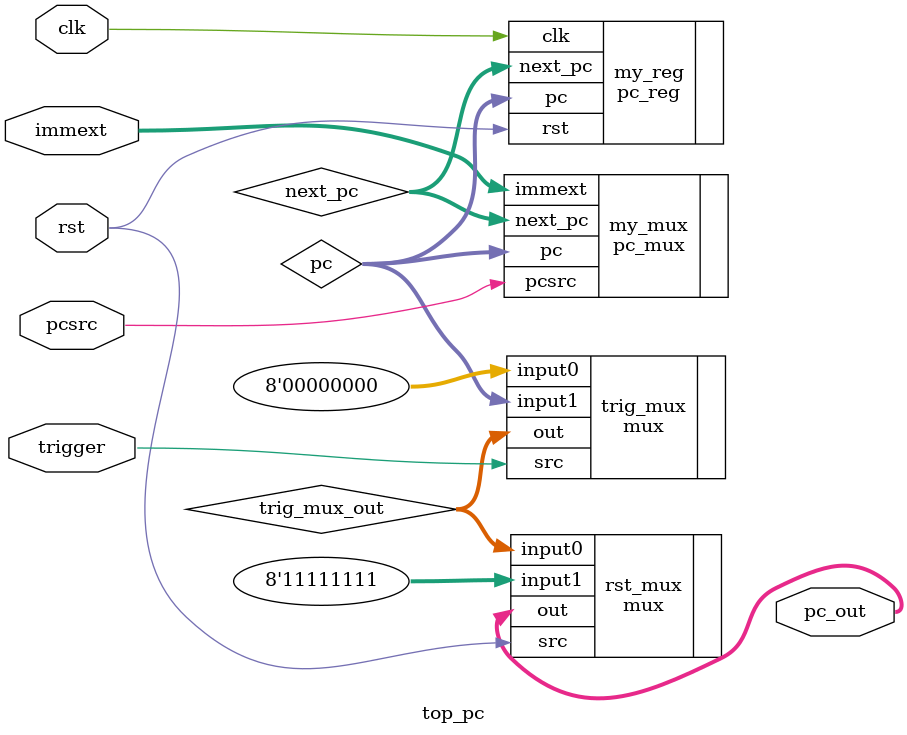
<source format=sv>
module top_pc #(
    parameter ADDRESS_WIDTH = 8,
              DATA_WIDTH = 32
)(
    input  logic                     clk,
    input  logic                     rst,
    input  logic                     pcsrc,
    input  logic [DATA_WIDTH-1:0]    immext,
    input  logic                     trigger, //trigger 
    
    output logic [ADDRESS_WIDTH-1:0] pc_out
);

logic [ADDRESS_WIDTH-1:0] next_pc;
logic [ADDRESS_WIDTH-1:0] trig_mux_out;
logic [ADDRESS_WIDTH-1:0] pc;


pc_mux my_mux (
    .pcsrc(pcsrc),
    .immext(immext),
    .pc(pc),
    .next_pc(next_pc)
);

pc_reg my_reg(
    .clk(clk),
    .rst(rst),
    .next_pc(next_pc),
    .pc(pc)
);

mux trig_mux(

    .input0({ADDRESS_WIDTH{1'b0}}),
    .input1(pc),
    .src(trigger),

    .out(trig_mux_out)
);

mux rst_mux(
    .input0(trig_mux_out),
    .input1({ADDRESS_WIDTH{1'b1}}),
    .src(rst),

    .out(pc_out)
);

endmodule

</source>
